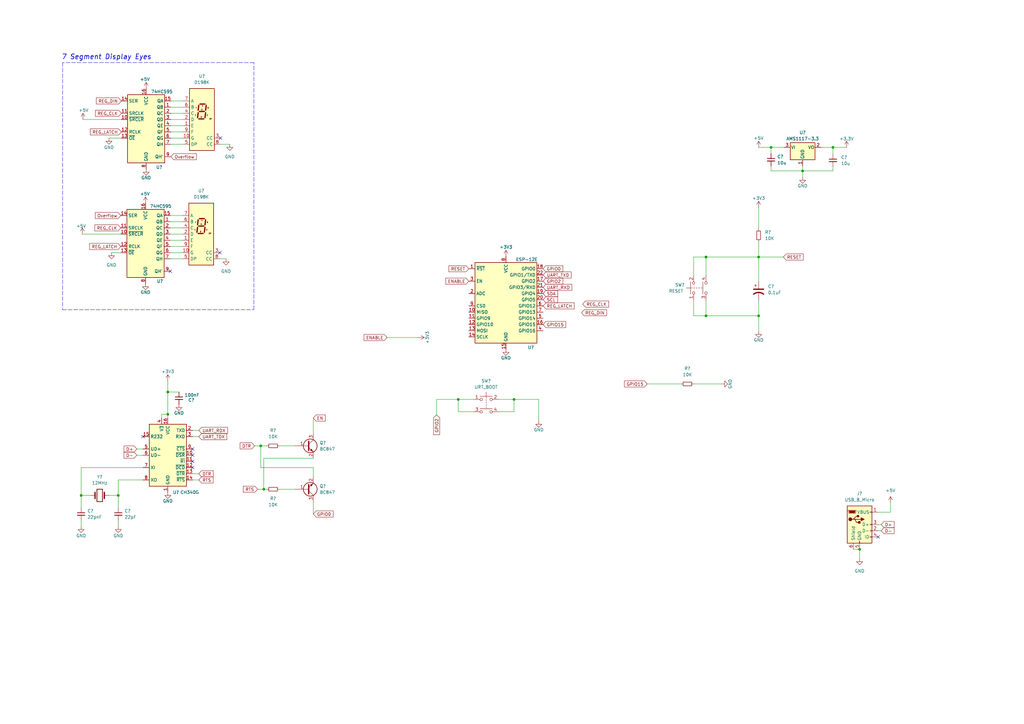
<source format=kicad_sch>
(kicad_sch (version 20211123) (generator eeschema)
  (paper "A3")
  (title_block (title "A.T.O.M PCB Badge") (date "9th December 2022 ") (company "A.T.O.M Robotics Lab"))
  (lib_symbols
    (symbol "+3.3V_1" (power) (pin_names (offset 0))
      (property "Value" "+3.3V_1" (at 0 3.556 0))
      (symbol "+3.3V_1_0_1"
        (polyline (pts (xy -0.762 1.27) (xy 0 2.54)))
        (polyline (pts (xy 0 0) (xy 0 2.54)))
        (polyline (pts (xy 0 2.54) (xy 0.762 1.27)))
      )
      (symbol "+3.3V_1_1_1"
        (pin power_in line (at 0 0 90) (length 0) hide (name "+3.3V") (number "1"))
      )
    )
    (symbol "74xx:74HC595"
      (property "Reference" "U" (at -7.62 13.97 0))
      (property "Value" "74HC595" (at -7.62 -16.51 0))
      (symbol "74HC595_1_0"
        (pin tri_state line (at 10.16 7.62 180) (length 2.54) (name "QB") (number "1"))
        (pin input line (at -10.16 2.54 0) (length 2.54) (name "~{SRCLR}") (number "10"))
        (pin input line (at -10.16 5.08 0) (length 2.54) (name "SRCLK") (number "11"))
        (pin input line (at -10.16 -2.54 0) (length 2.54) (name "RCLK") (number "12"))
        (pin input line (at -10.16 -5.08 0) (length 2.54) (name "~{OE}") (number "13"))
        (pin input line (at -10.16 10.16 0) (length 2.54) (name "SER") (number "14"))
        (pin tri_state line (at 10.16 10.16 180) (length 2.54) (name "QA") (number "15"))
        (pin power_in line (at 0 15.24 270) (length 2.54) (name "VCC") (number "16"))
        (pin tri_state line (at 10.16 5.08 180) (length 2.54) (name "QC") (number "2"))
        (pin tri_state line (at 10.16 2.54 180) (length 2.54) (name "QD") (number "3"))
        (pin tri_state line (at 10.16 0 180) (length 2.54) (name "QE") (number "4"))
        (pin tri_state line (at 10.16 -2.54 180) (length 2.54) (name "QF") (number "5"))
        (pin tri_state line (at 10.16 -5.08 180) (length 2.54) (name "QG") (number "6"))
        (pin tri_state line (at 10.16 -7.62 180) (length 2.54) (name "QH") (number "7"))
        (pin power_in line (at 0 -17.78 90) (length 2.54) (name "GND") (number "8"))
        (pin output line (at 10.16 -12.7 180) (length 2.54) (name "QH'") (number "9"))
      )
      (symbol "74HC595_1_1"
        (rectangle (start -7.62 12.7) (end 7.62 -15.24) (stroke (width 0.254)) (fill (type background)))
      )
    )
    (symbol "Connector:USB_B_Micro" (pin_names (offset 1.016))
      (property "Reference" "J" (at -5.08 11.43 0))
      (property "Value" "USB_B_Micro" (at -5.08 8.89 0))
      (symbol "USB_B_Micro_0_1"
        (rectangle (start -5.08 -7.62) (end 5.08 7.62) (stroke (width 0.254)) (fill (type background)))
        (circle (center -3.81 2.159) (radius 0.635) (stroke (width 0.254)) (fill (type outline)))
        (circle (center -0.635 3.429) (radius 0.381) (stroke (width 0.254)) (fill (type outline)))
        (rectangle (start -0.127 -7.62) (end 0.127 -6.858))
        (polyline (pts (xy -1.905 2.159) (xy 0.635 2.159)) (stroke (width 0.254)))
        (polyline (pts (xy -3.175 2.159) (xy -2.54 2.159) (xy -1.27 3.429) (xy -0.635 3.429)) (stroke (width 0.254)))
        (polyline (pts (xy -2.54 2.159) (xy -1.905 2.159) (xy -1.27 0.889) (xy 0 0.889)) (stroke (width 0.254)))
        (polyline (pts (xy 0.635 2.794) (xy 0.635 1.524) (xy 1.905 2.159) (xy 0.635 2.794)) (stroke (width 0.254)) (fill (type outline)))
        (polyline (pts (xy -4.318 5.588) (xy -1.778 5.588) (xy -2.032 4.826) (xy -4.064 4.826) (xy -4.318 5.588)) (fill (type outline)))
        (polyline (pts (xy -4.699 5.842) (xy -4.699 5.588) (xy -4.445 4.826) (xy -4.445 4.572) (xy -1.651 4.572) (xy -1.651 4.826) (xy -1.397 5.588) (xy -1.397 5.842) (xy -4.699 5.842)))
        (rectangle (start 0.254 1.27) (end -0.508 0.508) (stroke (width 0.254)) (fill (type outline)))
        (rectangle (start 5.08 -5.207) (end 4.318 -4.953))
        (rectangle (start 5.08 -2.667) (end 4.318 -2.413))
        (rectangle (start 5.08 -0.127) (end 4.318 0.127))
        (rectangle (start 5.08 4.953) (end 4.318 5.207))
      )
      (symbol "USB_B_Micro_1_1"
        (pin power_out line (at 7.62 5.08 180) (length 2.54) (name "VBUS") (number "1"))
        (pin bidirectional line (at 7.62 -2.54 180) (length 2.54) (name "D-") (number "2"))
        (pin bidirectional line (at 7.62 0 180) (length 2.54) (name "D+") (number "3"))
        (pin passive line (at 7.62 -5.08 180) (length 2.54) (name "ID") (number "4"))
        (pin power_out line (at 0 -10.16 90) (length 2.54) (name "GND") (number "5"))
        (pin passive line (at -2.54 -10.16 90) (length 2.54) (name "Shield") (number "6"))
      )
    )
    (symbol "Device:C_Polarized_US" (pin_numbers hide) (pin_names (offset 0.254) hide)
      (property "Reference" "C" (at 0.635 2.54 0))
      (property "Value" "C_Polarized_US" (at 0.635 -2.54 0))
      (symbol "C_Polarized_US_0_1"
        (polyline (pts (xy -2.032 0.762) (xy 2.032 0.762)) (stroke (width 0.508)))
        (polyline (pts (xy -1.778 2.286) (xy -0.762 2.286)))
        (polyline (pts (xy -1.27 1.778) (xy -1.27 2.794)))
        (arc (start 2.032 -1.27) (mid 0 -0.5572) (end -2.032 -1.27) (stroke (width 0.508)))
      )
      (symbol "C_Polarized_US_1_1"
        (pin passive line (at 0 3.81 270) (length 2.794) (name "~") (number "1"))
        (pin passive line (at 0 -3.81 90) (length 3.302) (name "~") (number "2"))
      )
    )
    (symbol "Device:C_Small" (pin_numbers hide) (pin_names (offset 0.254) hide)
      (property "Reference" "C" (at 0.254 1.778 0))
      (property "Value" "C_Small" (at 0.254 -2.032 0))
      (symbol "C_Small_0_1"
        (polyline (pts (xy -1.524 -0.508) (xy 1.524 -0.508)) (stroke (width 0.3302)))
        (polyline (pts (xy -1.524 0.508) (xy 1.524 0.508)) (stroke (width 0.3048)))
      )
      (symbol "C_Small_1_1"
        (pin passive line (at 0 2.54 270) (length 2.032) (name "~") (number "1"))
        (pin passive line (at 0 -2.54 90) (length 2.032) (name "~") (number "2"))
      )
    )
    (symbol "Device:Crystal" (pin_numbers hide) (pin_names (offset 1.016) hide)
      (property "Reference" "Y" (at 0 3.81 0))
      (property "Value" "Crystal" (at 0 -3.81 0))
      (symbol "Crystal_0_1"
        (rectangle (start -1.143 2.54) (end 1.143 -2.54) (stroke (width 0.3048)))
        (polyline (pts (xy -2.54 0) (xy -1.905 0)))
        (polyline (pts (xy -1.905 -1.27) (xy -1.905 1.27)) (stroke (width 0.508)))
        (polyline (pts (xy 1.905 -1.27) (xy 1.905 1.27)) (stroke (width 0.508)))
        (polyline (pts (xy 2.54 0) (xy 1.905 0)))
      )
      (symbol "Crystal_1_1"
        (pin passive line (at -3.81 0 0) (length 1.27) (name "1") (number "1"))
        (pin passive line (at 3.81 0 180) (length 1.27) (name "2") (number "2"))
      )
    )
    (symbol "Device:R_Small" (pin_numbers hide) (pin_names (offset 0.254) hide)
      (property "Reference" "R" (at 0.762 0.508 0))
      (property "Value" "R_Small" (at 0.762 -1.016 0))
      (symbol "R_Small_0_1"
        (rectangle (start -0.762 1.778) (end 0.762 -1.778) (stroke (width 0.2032)))
      )
      (symbol "R_Small_1_1"
        (pin passive line (at 0 2.54 270) (length 0.762) (name "~") (number "1"))
        (pin passive line (at 0 -2.54 90) (length 0.762) (name "~") (number "2"))
      )
    )
    (symbol "Display_Character:D198K"
      (property "Reference" "U" (at -2.54 13.97 0))
      (property "Value" "D198K" (at 1.27 13.97 0))
      (symbol "D198K_0_0"
        (text "A" (at 0.254 5.588 0) (effects (font (size 0.508 0.508))))
        (text "B" (at 2.54 4.826 0) (effects (font (size 0.508 0.508))))
        (text "C" (at 2.286 1.778 0) (effects (font (size 0.508 0.508))))
        (text "D" (at -0.254 1.016 0) (effects (font (size 0.508 0.508))))
        (text "DP" (at 3.556 0.254 0) (effects (font (size 0.508 0.508))))
        (text "E" (at -2.54 1.778 0) (effects (font (size 0.508 0.508))))
        (text "F" (at -2.286 4.826 0) (effects (font (size 0.508 0.508))))
        (text "G" (at 0 4.064 0) (effects (font (size 0.508 0.508))))
      )
      (symbol "D198K_0_1"
        (rectangle (start -5.08 12.7) (end 5.08 -12.7) (stroke (width 0.254)) (fill (type background)))
        (polyline (pts (xy -1.524 2.794) (xy -1.778 0.762)) (stroke (width 0.508)))
        (polyline (pts (xy -1.27 0.254) (xy 0.762 0.254)) (stroke (width 0.508)))
        (polyline (pts (xy -1.27 5.842) (xy -1.524 3.81)) (stroke (width 0.508)))
        (polyline (pts (xy -1.016 3.302) (xy 1.016 3.302)) (stroke (width 0.508)))
        (polyline (pts (xy -0.762 6.35) (xy 1.27 6.35)) (stroke (width 0.508)))
        (polyline (pts (xy 1.524 2.794) (xy 1.27 0.762)) (stroke (width 0.508)))
        (polyline (pts (xy 1.778 5.842) (xy 1.524 3.81)) (stroke (width 0.508)))
        (polyline (pts (xy 2.54 0.254) (xy 2.54 0.254)) (stroke (width 0.508)))
      )
      (symbol "D198K_1_1"
        (pin input line (at -7.62 -2.54 0) (length 2.54) (name "E") (number "1"))
        (pin input line (at -7.62 -7.62 0) (length 2.54) (name "G") (number "10"))
        (pin input line (at -7.62 0 0) (length 2.54) (name "D") (number "2"))
        (pin input line (at 7.62 -7.62 180) (length 2.54) (name "CC") (number "3"))
        (pin input line (at -7.62 2.54 0) (length 2.54) (name "C") (number "4"))
        (pin input line (at -7.62 -10.16 0) (length 2.54) (name "DP") (number "5"))
        (pin input line (at -7.62 5.08 0) (length 2.54) (name "B") (number "6"))
        (pin input line (at -7.62 7.62 0) (length 2.54) (name "A") (number "7"))
        (pin input line (at 7.62 -10.16 180) (length 2.54) (name "CC") (number "8"))
        (pin input line (at -7.62 -5.08 0) (length 2.54) (name "F") (number "9"))
      )
    )
    (symbol "Interface_USB:CH340G"
      (property "Reference" "U" (at -5.08 13.97 0))
      (property "Value" "CH340G" (at 1.27 13.97 0))
      (symbol "CH340G_0_1"
        (rectangle (start -7.62 12.7) (end 7.62 -12.7) (stroke (width 0.254)) (fill (type background)))
      )
      (symbol "CH340G_1_1"
        (pin power_in line (at 0 -15.24 90) (length 2.54) (name "GND") (number "1"))
        (pin input line (at 10.16 0 180) (length 2.54) (name "~{DSR}") (number "10"))
        (pin input line (at 10.16 -2.54 180) (length 2.54) (name "~{RI}") (number "11"))
        (pin input line (at 10.16 -5.08 180) (length 2.54) (name "~{DCD}") (number "12"))
        (pin output line (at 10.16 -7.62 180) (length 2.54) (name "~{DTR}") (number "13"))
        (pin output line (at 10.16 -10.16 180) (length 2.54) (name "~{RTS}") (number "14"))
        (pin input line (at -10.16 7.62 0) (length 2.54) (name "R232") (number "15"))
        (pin power_in line (at 0 15.24 270) (length 2.54) (name "VCC") (number "16"))
        (pin output line (at 10.16 10.16 180) (length 2.54) (name "TXD") (number "2"))
        (pin input line (at 10.16 7.62 180) (length 2.54) (name "RXD") (number "3"))
        (pin passive line (at -2.54 15.24 270) (length 2.54) (name "V3") (number "4"))
        (pin bidirectional line (at -10.16 2.54 0) (length 2.54) (name "UD+") (number "5"))
        (pin bidirectional line (at -10.16 0 0) (length 2.54) (name "UD-") (number "6"))
        (pin input line (at -10.16 -5.08 0) (length 2.54) (name "XI") (number "7"))
        (pin output line (at -10.16 -10.16 0) (length 2.54) (name "XO") (number "8"))
        (pin input line (at 10.16 2.54 180) (length 2.54) (name "~{CTS}") (number "9"))
      )
    )
    (symbol "RF_Module:ESP-12E"
      (property "Reference" "U" (at -12.7 19.05 0))
      (property "Value" "ESP-12E" (at 12.7 19.05 0))
      (symbol "ESP-12E_0_1"
        (rectangle (start -12.7 17.78) (end 12.7 -15.24) (stroke (width 0.254)) (fill (type background)))
      )
      (symbol "ESP-12E_1_1"
        (pin input line (at -15.24 15.24 0) (length 2.54) (name "~{RST}") (number "1"))
        (pin bidirectional line (at -15.24 -2.54 0) (length 2.54) (name "MISO") (number "10"))
        (pin bidirectional line (at -15.24 -5.08 0) (length 2.54) (name "GPIO9") (number "11"))
        (pin bidirectional line (at -15.24 -7.62 0) (length 2.54) (name "GPIO10") (number "12"))
        (pin bidirectional line (at -15.24 -10.16 0) (length 2.54) (name "MOSI") (number "13"))
        (pin bidirectional line (at -15.24 -12.7 0) (length 2.54) (name "SCLK") (number "14"))
        (pin power_in line (at 0 -17.78 90) (length 2.54) (name "GND") (number "15"))
        (pin bidirectional line (at 15.24 -7.62 180) (length 2.54) (name "GPIO15") (number "16"))
        (pin bidirectional line (at 15.24 10.16 180) (length 2.54) (name "GPIO2") (number "17"))
        (pin bidirectional line (at 15.24 15.24 180) (length 2.54) (name "GPIO0") (number "18"))
        (pin bidirectional line (at 15.24 5.08 180) (length 2.54) (name "GPIO4") (number "19"))
        (pin input line (at -15.24 5.08 0) (length 2.54) (name "ADC") (number "2"))
        (pin bidirectional line (at 15.24 2.54 180) (length 2.54) (name "GPIO5") (number "20"))
        (pin bidirectional line (at 15.24 7.62 180) (length 2.54) (name "GPIO3/RXD") (number "21"))
        (pin bidirectional line (at 15.24 12.7 180) (length 2.54) (name "GPIO1/TXD") (number "22"))
        (pin input line (at -15.24 10.16 0) (length 2.54) (name "EN") (number "3"))
        (pin bidirectional line (at 15.24 -10.16 180) (length 2.54) (name "GPIO16") (number "4"))
        (pin bidirectional line (at 15.24 -5.08 180) (length 2.54) (name "GPIO14") (number "5"))
        (pin bidirectional line (at 15.24 0 180) (length 2.54) (name "GPIO12") (number "6"))
        (pin bidirectional line (at 15.24 -2.54 180) (length 2.54) (name "GPIO13") (number "7"))
        (pin power_in line (at 0 20.32 270) (length 2.54) (name "VCC") (number "8"))
        (pin input line (at -15.24 0 0) (length 2.54) (name "CS0") (number "9"))
      )
    )
    (symbol "Regulator_Linear:AMS1117-3.3" (pin_names (offset 0.254))
      (property "Reference" "U" (at -3.81 3.175 0))
      (property "Value" "AMS1117-3.3" (at 0 3.175 0))
      (symbol "AMS1117-3.3_0_1"
        (rectangle (start -5.08 -5.08) (end 5.08 1.905) (stroke (width 0.254)) (fill (type background)))
      )
      (symbol "AMS1117-3.3_1_1"
        (pin power_in line (at 0 -7.62 90) (length 2.54) (name "GND") (number "1"))
        (pin power_out line (at 7.62 0 180) (length 2.54) (name "VO") (number "2"))
        (pin power_in line (at -7.62 0 0) (length 2.54) (name "VI") (number "3"))
      )
    )
    (symbol "Switch:SW_Push_Dual" (pin_names (offset 1.016) hide)
      (property "Reference" "SW" (at 1.27 2.54 0))
      (property "Value" "SW_Push_Dual" (at 0 -6.858 0))
      (symbol "SW_Push_Dual_0_1"
        (circle (center -2.032 -5.08) (radius 0.508))
        (circle (center -2.032 0) (radius 0.508))
        (polyline (pts (xy 0 -3.048) (xy 0 -3.556)))
        (polyline (pts (xy 0 -2.032) (xy 0 -2.54)))
        (polyline (pts (xy 0 -1.524) (xy 0 -1.016)))
        (polyline (pts (xy 0 -0.508) (xy 0 0)))
        (polyline (pts (xy 0 0.508) (xy 0 1.016)))
        (polyline (pts (xy 0 1.27) (xy 0 3.048)))
        (polyline (pts (xy 2.54 -3.81) (xy -2.54 -3.81)))
        (polyline (pts (xy 2.54 1.27) (xy -2.54 1.27)))
        (circle (center 2.032 -5.08) (radius 0.508))
        (circle (center 2.032 0) (radius 0.508))
        (pin passive line (at -5.08 0 0) (length 2.54) (name "1") (number "1"))
        (pin passive line (at 5.08 0 180) (length 2.54) (name "2") (number "2"))
        (pin passive line (at -5.08 -5.08 0) (length 2.54) (name "3") (number "3"))
        (pin passive line (at 5.08 -5.08 180) (length 2.54) (name "4") (number "4"))
      )
    )
    (symbol "Transistor_BJT:BC847" (pin_names (offset 0) hide)
      (property "Reference" "Q" (at 5.08 1.905 0))
      (property "Value" "BC847" (at 5.08 0 0))
      (symbol "BC847_0_1"
        (polyline (pts (xy 0.635 0.635) (xy 2.54 2.54)))
        (polyline (pts (xy 0.635 -0.635) (xy 2.54 -2.54) (xy 2.54 -2.54)))
        (polyline (pts (xy 0.635 1.905) (xy 0.635 -1.905) (xy 0.635 -1.905)) (stroke (width 0.508)))
        (polyline (pts (xy 1.27 -1.778) (xy 1.778 -1.27) (xy 2.286 -2.286) (xy 1.27 -1.778) (xy 1.27 -1.778)) (fill (type outline)))
        (circle (center 1.27 0) (radius 2.8194) (stroke (width 0.254)))
      )
      (symbol "BC847_1_1"
        (pin input line (at -5.08 0 0) (length 5.715) (name "B") (number "1"))
        (pin passive line (at 2.54 -5.08 90) (length 2.54) (name "E") (number "2"))
        (pin passive line (at 2.54 5.08 270) (length 2.54) (name "C") (number "3"))
      )
    )
    (symbol "power:+3.3V" (power) (pin_names (offset 0))
      (property "Value" "+3.3V" (at 0 3.556 0))
      (symbol "+3.3V_0_1"
        (polyline (pts (xy -0.762 1.27) (xy 0 2.54)))
        (polyline (pts (xy 0 0) (xy 0 2.54)))
        (polyline (pts (xy 0 2.54) (xy 0.762 1.27)))
      )
      (symbol "+3.3V_1_1"
        (pin power_in line (at 0 0 90) (length 0) hide (name "+3V3") (number "1"))
      )
    )
    (symbol "power:+5V" (power) (pin_names (offset 0))
      (property "Value" "+5V" (at 0 3.556 0))
      (symbol "+5V_0_1"
        (polyline (pts (xy -0.762 1.27) (xy 0 2.54)))
        (polyline (pts (xy 0 0) (xy 0 2.54)))
        (polyline (pts (xy 0 2.54) (xy 0.762 1.27)))
      )
      (symbol "+5V_1_1"
        (pin power_in line (at 0 0 90) (length 0) hide (name "+5V") (number "1"))
      )
    )
    (symbol "power:GND" (power) (pin_names (offset 0))
      (property "Value" "GND" (at 0 -3.81 0))
      (symbol "GND_0_1"
        (polyline (pts (xy 0 0) (xy 0 -1.27) (xy 1.27 -1.27) (xy 0 -2.54) (xy -1.27 -1.27) (xy 0 -1.27)))
      )
      (symbol "GND_1_1"
        (pin power_in line (at 0 0 270) (length 0) hide (name "GND") (number "1"))
      )
    )
  )
  (junction (at 289.56 105.41))
  (junction (at 311.15 105.41))
  (junction (at 311.15 129.54))
  (junction (at 210.82 163.83))
  (junction (at 341.63 60.452))
  (junction (at 316.23 60.452))
  (junction (at 187.96 163.83))
  (junction (at 33.274 203.2))
  (junction (at 68.834 160.782))
  (junction (at 108.204 200.66))
  (junction (at 352.552 225.298))
  (junction (at 48.514 203.2))
  (junction (at 68.834 169.926))
  (junction (at 106.934 182.88))
  (junction (at 329.184 70.104))
  (junction (at 289.56 129.54))
  (no_connect (at 58.674 179.07))
  (no_connect (at 69.85 111.252))
  (no_connect (at 360.172 220.218))
  (no_connect (at 78.994 191.77))
  (no_connect (at 90.17 103.632))
  (no_connect (at 90.424 56.642))
  (no_connect (at 78.994 184.15))
  (no_connect (at 78.994 186.69))
  (no_connect (at 78.994 189.23))
  (wire (pts (xy 106.934 191.77) (xy 128.524 191.77)))
  (wire (pts (xy 194.31 168.91) (xy 187.96 168.91)))
  (wire (pts (xy 81.534 196.85) (xy 78.994 196.85)))
  (wire (pts (xy 66.294 169.926) (xy 68.834 169.926)))
  (wire (pts (xy 361.442 217.678) (xy 360.172 217.678)))
  (wire (pts (xy 114.554 182.88) (xy 120.904 182.88)))
  (wire (pts (xy 104.394 182.88) (xy 106.934 182.88)))
  (wire (pts (xy 48.514 203.2) (xy 48.514 208.28)))
  (wire (pts (xy 44.704 56.642) (xy 49.784 56.642)))
  (wire (pts (xy 187.96 168.91) (xy 187.96 163.83)))
  (wire (pts (xy 284.48 129.54) (xy 289.56 129.54)))
  (wire (pts (xy 284.48 157.48) (xy 295.91 157.48)))
  (wire (pts (xy 74.93 106.172) (xy 69.85 106.172)))
  (wire (pts (xy 74.93 103.632) (xy 69.85 103.632)))
  (wire (pts (xy 210.82 163.83) (xy 220.98 163.83)))
  (wire (pts (xy 158.75 138.43) (xy 171.45 138.43)))
  (wire (pts (xy 33.274 203.2) (xy 37.084 203.2)))
  (wire (pts (xy 311.15 129.54) (xy 311.15 135.89)))
  (wire (pts (xy 204.47 168.91) (xy 210.82 168.91)))
  (wire (pts (xy 316.23 62.992) (xy 316.23 60.452)))
  (wire (pts (xy 347.218 60.452) (xy 341.63 60.452)))
  (wire (pts (xy 311.15 123.19) (xy 311.15 129.54)))
  (wire (pts (xy 66.294 171.45) (xy 66.294 169.926)))
  (wire (pts (xy 311.15 99.06) (xy 311.15 105.41)))
  (wire (pts (xy 92.71 106.172) (xy 90.17 106.172)))
  (wire (pts (xy 74.93 93.472) (xy 69.85 93.472)))
  (wire (pts (xy 106.934 182.88) (xy 106.934 191.77)))
  (wire (pts (xy 341.63 60.452) (xy 336.804 60.452)))
  (polyline (pts (xy 104.14 25.654) (xy 25.654 25.654)))
  (wire (pts (xy 75.184 41.402) (xy 70.104 41.402)))
  (wire (pts (xy 48.514 196.85) (xy 48.514 203.2)))
  (wire (pts (xy 311.15 60.452) (xy 316.23 60.452)))
  (wire (pts (xy 204.47 163.83) (xy 210.82 163.83)))
  (wire (pts (xy 33.274 191.77) (xy 33.274 203.2)))
  (wire (pts (xy 284.48 123.19) (xy 284.48 129.54)))
  (wire (pts (xy 34.036 49.022) (xy 49.784 49.022)))
  (wire (pts (xy 289.56 123.19) (xy 289.56 129.54)))
  (wire (pts (xy 75.184 43.942) (xy 70.104 43.942)))
  (wire (pts (xy 108.204 200.66) (xy 109.474 200.66)))
  (wire (pts (xy 68.834 160.782) (xy 68.834 169.926)))
  (wire (pts (xy 329.184 72.644) (xy 329.184 70.104)))
  (wire (pts (xy 265.43 157.48) (xy 279.4 157.48)))
  (wire (pts (xy 75.184 56.642) (xy 70.104 56.642)))
  (wire (pts (xy 75.184 59.182) (xy 70.104 59.182)))
  (wire (pts (xy 284.48 105.41) (xy 289.56 105.41)))
  (wire (pts (xy 311.15 105.41) (xy 311.15 115.57)))
  (wire (pts (xy 56.134 184.15) (xy 58.674 184.15)))
  (wire (pts (xy 75.184 54.102) (xy 70.104 54.102)))
  (wire (pts (xy 220.98 163.83) (xy 220.98 172.72)))
  (wire (pts (xy 210.82 163.83) (xy 210.82 168.91)))
  (wire (pts (xy 128.524 171.45) (xy 128.524 177.8)))
  (wire (pts (xy 316.23 70.104) (xy 329.184 70.104)))
  (wire (pts (xy 350.012 225.298) (xy 352.552 225.298)))
  (wire (pts (xy 74.93 88.392) (xy 69.85 88.392)))
  (wire (pts (xy 44.704 203.2) (xy 48.514 203.2)))
  (wire (pts (xy 48.514 215.9) (xy 48.514 213.36)))
  (wire (pts (xy 81.534 176.53) (xy 78.994 176.53)))
  (wire (pts (xy 33.274 215.9) (xy 33.274 213.36)))
  (wire (pts (xy 33.782 96.012) (xy 49.53 96.012)))
  (wire (pts (xy 106.934 182.88) (xy 109.474 182.88)))
  (wire (pts (xy 94.234 59.182) (xy 90.424 59.182)))
  (wire (pts (xy 58.674 196.85) (xy 48.514 196.85)))
  (wire (pts (xy 179.07 163.83) (xy 187.96 163.83)))
  (wire (pts (xy 341.63 63.246) (xy 341.63 60.452)))
  (wire (pts (xy 56.134 186.69) (xy 58.674 186.69)))
  (wire (pts (xy 341.63 68.326) (xy 341.63 70.104)))
  (wire (pts (xy 352.552 229.108) (xy 352.552 225.298)))
  (wire (pts (xy 311.15 105.41) (xy 321.31 105.41)))
  (wire (pts (xy 341.63 70.104) (xy 329.184 70.104)))
  (wire (pts (xy 75.184 49.022) (xy 70.104 49.022)))
  (wire (pts (xy 73.406 160.782) (xy 68.834 160.782)))
  (wire (pts (xy 316.23 68.072) (xy 316.23 70.104)))
  (wire (pts (xy 68.834 156.21) (xy 68.834 160.782)))
  (wire (pts (xy 329.184 70.104) (xy 329.184 68.072)))
  (wire (pts (xy 360.172 210.058) (xy 365.252 210.058)))
  (polyline (pts (xy 25.654 127) (xy 104.14 127)))
  (wire (pts (xy 74.93 96.012) (xy 69.85 96.012)))
  (wire (pts (xy 74.93 98.552) (xy 69.85 98.552)))
  (wire (pts (xy 316.23 60.452) (xy 321.564 60.452)))
  (wire (pts (xy 105.664 200.66) (xy 108.204 200.66)))
  (wire (pts (xy 81.534 179.07) (xy 78.994 179.07)))
  (wire (pts (xy 68.834 169.926) (xy 68.834 171.45)))
  (wire (pts (xy 284.48 113.03) (xy 284.48 105.41)))
  (wire (pts (xy 179.07 163.83) (xy 179.07 170.18)))
  (wire (pts (xy 75.184 46.482) (xy 70.104 46.482)))
  (wire (pts (xy 58.674 191.77) (xy 33.274 191.77)))
  (wire (pts (xy 75.184 51.562) (xy 70.104 51.562)))
  (wire (pts (xy 128.524 191.77) (xy 128.524 195.58)))
  (wire (pts (xy 289.56 129.54) (xy 311.15 129.54)))
  (wire (pts (xy 289.56 105.41) (xy 311.15 105.41)))
  (wire (pts (xy 361.442 215.138) (xy 360.172 215.138)))
  (wire (pts (xy 311.15 85.09) (xy 311.15 93.98)))
  (wire (pts (xy 74.93 90.932) (xy 69.85 90.932)))
  (wire (pts (xy 114.554 200.66) (xy 120.904 200.66)))
  (wire (pts (xy 365.252 206.248) (xy 365.252 210.058)))
  (wire (pts (xy 108.204 187.96) (xy 108.204 200.66)))
  (wire (pts (xy 74.93 101.092) (xy 69.85 101.092)))
  (wire (pts (xy 289.56 105.41) (xy 289.56 113.03)))
  (wire (pts (xy 45.72 103.632) (xy 49.53 103.632)))
  (wire (pts (xy 187.96 163.83) (xy 194.31 163.83)))
  (wire (pts (xy 128.524 187.96) (xy 108.204 187.96)))
  (wire (pts (xy 33.274 203.2) (xy 33.274 208.28)))
  (wire (pts (xy 81.534 194.31) (xy 78.994 194.31)))
  (polyline (pts (xy 25.654 25.654) (xy 25.654 127)))
  (polyline (pts (xy 104.14 127) (xy 104.14 25.654)))
  (wire (pts (xy 128.524 210.82) (xy 128.524 205.74)))
  (text "7 Segment Display Eyes\n" (at 25.146 24.638 0) (effects (font (size 2 2) (thickness 0.254) bold italic) (justify left bottom)))
  (global_label "SDA" (shape input) (at 222.758 120.396 0) (property "Intersheet References" "${INTERSHEET_REFS}" (effects hide)))
  (global_label "GPIO2" (shape input) (at 179.07 170.18 270) (property "Intersheet References" "${INTERSHEET_REFS}" (effects hide)))
  (global_label "REG_CLK" (shape input) (at 239.014 124.714 0) (property "Intersheet References" "${INTERSHEET_REFS}" (effects hide)))
  (global_label "D+" (shape input) (at 361.442 215.138 0) (property "Intersheet References" "${INTERSHEET_REFS}" (effects hide)))
  (global_label "UART_TXD" (shape input) (at 222.758 112.776 0) (property "Intersheet References" "${INTERSHEET_REFS}" (effects hide)))
  (global_label "UART_RXD" (shape input) (at 222.758 117.856 0) (property "Intersheet References" "${INTERSHEET_REFS}" (effects hide)))
  (global_label "ENABLE" (shape input) (at 158.75 138.43 180) (property "Intersheet References" "${INTERSHEET_REFS}" (effects hide)))
  (global_label "ENABLE" (shape input) (at 192.278 115.316 180) (property "Intersheet References" "${INTERSHEET_REFS}" (effects hide)))
  (global_label "REG_DIN" (shape input) (at 238.506 128.27 0) (property "Intersheet References" "${INTERSHEET_REFS}" (effects hide)))
  (global_label "GPIO2" (shape input) (at 222.758 115.316 0) (property "Intersheet References" "${INTERSHEET_REFS}" (effects hide)))
  (global_label "DTR" (shape input) (at 81.534 194.31 0) (property "Intersheet References" "${INTERSHEET_REFS}" (effects hide)))
  (global_label "RESET" (shape input) (at 321.31 105.41 0) (property "Intersheet References" "${INTERSHEET_REFS}" (effects hide)))
  (global_label "RESET" (shape input) (at 192.278 110.236 180) (property "Intersheet References" "${INTERSHEET_REFS}" (effects hide)))
  (global_label "UART_RDX" (shape input) (at 81.534 176.53 0) (property "Intersheet References" "${INTERSHEET_REFS}" (effects hide)))
  (global_label "REG_CLK" (shape input) (at 49.53 93.472 180) (property "Intersheet References" "${INTERSHEET_REFS}" (effects hide)))
  (global_label "GPIO0" (shape input) (at 128.524 210.82 0) (property "Intersheet References" "${INTERSHEET_REFS}" (effects hide)))
  (global_label "SCL" (shape input) (at 222.758 122.936 0) (property "Intersheet References" "${INTERSHEET_REFS}" (effects hide)))
  (global_label "REG_LATCH" (shape input) (at 49.784 54.102 180) (property "Intersheet References" "${INTERSHEET_REFS}" (effects hide)))
  (global_label "EN" (shape input) (at 128.524 171.45 0) (property "Intersheet References" "${INTERSHEET_REFS}" (effects hide)))
  (global_label "Overflow" (shape input) (at 70.104 64.262 0) (property "Intersheet References" "${INTERSHEET_REFS}" (effects hide)))
  (global_label "REG_LATCH" (shape input) (at 49.53 101.092 180) (property "Intersheet References" "${INTERSHEET_REFS}" (effects hide)))
  (global_label "GPIO0" (shape input) (at 222.758 110.236 0) (property "Intersheet References" "${INTERSHEET_REFS}" (effects hide)))
  (global_label "UART_TDX" (shape input) (at 81.534 179.07 0) (property "Intersheet References" "${INTERSHEET_REFS}" (effects hide)))
  (global_label "GPIO15" (shape input) (at 222.758 133.096 0) (property "Intersheet References" "${INTERSHEET_REFS}" (effects hide)))
  (global_label "D-" (shape input) (at 361.442 217.678 0) (property "Intersheet References" "${INTERSHEET_REFS}" (effects hide)))
  (global_label "D+" (shape input) (at 56.134 184.15 180) (property "Intersheet References" "${INTERSHEET_REFS}" (effects hide)))
  (global_label "RTS" (shape input) (at 105.664 200.66 180) (property "Intersheet References" "${INTERSHEET_REFS}" (effects hide)))
  (global_label "GPIO15" (shape input) (at 265.43 157.48 180) (property "Intersheet References" "${INTERSHEET_REFS}" (effects hide)))
  (global_label "REG_LATCH" (shape input) (at 222.758 125.476 0) (property "Intersheet References" "${INTERSHEET_REFS}" (effects hide)))
  (global_label "D-" (shape input) (at 56.134 186.69 180) (property "Intersheet References" "${INTERSHEET_REFS}" (effects hide)))
  (global_label "Overflow" (shape input) (at 49.53 88.392 180) (property "Intersheet References" "${INTERSHEET_REFS}" (effects hide)))
  (global_label "REG_DIN" (shape input) (at 49.784 41.402 180) (property "Intersheet References" "${INTERSHEET_REFS}" (effects hide)))
  (global_label "RTS" (shape input) (at 81.534 196.85 0) (property "Intersheet References" "${INTERSHEET_REFS}" (effects hide)))
  (global_label "REG_CLK" (shape input) (at 49.784 46.482 180) (property "Intersheet References" "${INTERSHEET_REFS}" (effects hide)))
  (global_label "DTR" (shape input) (at 104.394 182.88 180) (property "Intersheet References" "${INTERSHEET_REFS}" (effects hide)))
  (symbol (lib_id "Device:R_Small") (at 112.014 182.88 270) (unit 1)
    (property "Reference" "R?" (at 112.014 176.53 90))
    (property "Value" "10K" (at 112.014 179.07 90))
  )
  (symbol (lib_id "Regulator_Linear:AMS1117-3.3") (at 329.184 60.452 0) (unit 1)
    (property "Reference" "U?" (at 329.184 54.356 0))
    (property "Value" "AMS1117-3.3" (at 329.184 56.896 0))
    (property "Footprint" "Package_TO_SOT_SMD:SOT-223-3_TabPin2" (effects hide))
    (property "Datasheet" "http://www.advanced-monolithic.com/pdf/ds1117.pdf" (effects hide))
  )
  (symbol (lib_id "Device:C_Polarized_US") (at 311.15 119.38 0) (unit 1)
    (property "Reference" "C?" (at 314.96 117.4749 0) (effects (justify left)))
    (property "Value" "0.1uF" (at 314.96 120.0149 0) (effects (justify left)))
  )
  (symbol (lib_id "power:GND") (at 92.71 106.172 0) (unit 1)
    (property "Reference" "#PWR?" (effects hide))
    (property "Value" "GND" (at 92.71 111.252 0))
  )
  (symbol (lib_id "74xx:74HC595") (at 59.69 98.552 0) (unit 1)
    (property "Reference" "U?" (at 64.262 115.316 0) (effects (justify left)))
    (property "Value" "74HC595" (at 61.468 84.582 0) (effects (justify left)))
    (property "Datasheet" "http://www.ti.com/lit/ds/symlink/sn74hc595.pdf" (effects hide))
  )
  (symbol (lib_id "power:+3.3V") (at 311.15 85.09 0) (unit 1)
    (property "Reference" "#PWR?" (effects hide))
    (property "Value" "+3.3V" (at 311.15 81.28 0))
  )
  (symbol (lib_id "power:GND") (at 295.91 157.48 90) (unit 1)
    (property "Reference" "#PWR?" (effects hide))
    (property "Value" "GND" (at 299.466 157.48 0))
  )
  (symbol (lib_id "Transistor_BJT:BC847") (at 125.984 182.88 0) (unit 1)
    (property "Reference" "Q?" (at 131.064 181.6099 0) (effects (justify left)))
    (property "Value" "BC847" (at 131.064 184.1499 0) (effects (justify left)))
    (property "Footprint" "Package_TO_SOT_SMD:SOT-23" (effects hide))
    (property "Datasheet" "http://www.infineon.com/dgdl/Infineon-BC847SERIES_BC848SERIES_BC849SERIES_BC850SERIES-DS-v01_01-en.pdf?fileId=db3a304314dca389011541d4630a1657" (effects hide))
  )
  (symbol (lib_id "power:GND") (at 220.98 172.72 0) (unit 1)
    (property "Reference" "#PWR?" (effects hide))
    (property "Value" "GND" (at 220.98 176.276 0))
  )
  (symbol (lib_id "power:GND") (at 73.406 165.862 0) (unit 1)
    (property "Reference" "#PWR?" (effects hide))
    (property "Value" "GND" (at 73.406 169.418 0))
  )
  (symbol (lib_id "Device:R_Small") (at 281.94 157.48 270) (unit 1)
    (property "Reference" "R?" (at 281.94 151.13 90))
    (property "Value" "10K" (at 281.94 153.67 90))
  )
  (symbol (lib_id "Device:C_Small") (at 341.63 65.786 0) (unit 1)
    (property "Reference" "C?" (at 344.932 64.5222 0) (effects (justify left)))
    (property "Value" "10u" (at 344.932 67.0622 0) (effects (justify left)))
  )
  (symbol (lib_id "power:GND") (at 33.274 215.9 0) (unit 1)
    (property "Reference" "#PWR?" (effects hide))
    (property "Value" "GND" (at 33.274 219.71 0))
  )
  (symbol (lib_id "power:+3.3V") (at 171.45 138.43 270) (unit 1)
    (property "Reference" "#PWR?" (effects hide))
    (property "Value" "+3.3V" (at 175.26 138.43 0))
  )
  (symbol (lib_id "power:GND") (at 311.15 135.89 0) (unit 1)
    (property "Reference" "#PWR?" (effects hide))
    (property "Value" "GND" (at 311.15 139.446 0))
  )
  (symbol (lib_id "power:GND") (at 207.518 143.256 0) (unit 1)
    (property "Reference" "#PWR?" (effects hide))
    (property "Value" "GND" (at 207.518 146.812 0))
  )
  (symbol (lib_id "power:+5V") (at 311.15 60.452 0) (unit 1)
    (property "Reference" "#PWR?" (effects hide))
    (property "Value" "+5V" (at 311.15 56.642 0))
  )
  (symbol (lib_id "power:GND") (at 352.552 229.108 0) (unit 1)
    (property "Reference" "#PWR?" (effects hide))
    (property "Value" "GND" (at 352.552 234.188 0))
  )
  (symbol (lib_id "power:+5V") (at 33.782 96.012 0) (unit 1)
    (property "Reference" "#PWR?" (effects hide))
    (property "Value" "+5V" (at 33.274 92.71 0))
  )
  (symbol (lib_id "Switch:SW_Push_Dual") (at 199.39 163.83 0) (unit 1)
    (property "Reference" "SW?" (at 199.39 156.21 0))
    (property "Value" "URT_BOOT" (at 199.39 158.75 0))
  )
  (symbol (lib_id "Connector:USB_B_Micro") (at 352.552 215.138 0) (unit 1)
    (property "Reference" "J?" (at 352.552 202.438 0))
    (property "Value" "USB_B_Micro" (at 352.552 204.978 0))
  )
  (symbol (lib_id "power:+5V") (at 34.036 49.022 0) (unit 1)
    (property "Reference" "#PWR?" (effects hide))
    (property "Value" "+5V" (at 34.29 45.212 0))
  )
  (symbol (lib_id "power:GND") (at 59.69 116.332 0) (unit 1)
    (property "Reference" "#PWR?" (effects hide))
    (property "Value" "GND" (at 59.69 119.888 0))
  )
  (symbol (lib_id "power:+3.3V") (at 68.834 156.21 0) (unit 1)
    (property "Reference" "#PWR?" (effects hide))
    (property "Value" "+3.3V" (at 68.834 152.4 0))
  )
  (symbol (lib_id "power:GND") (at 48.514 215.9 0) (unit 1)
    (property "Reference" "#PWR?" (effects hide))
    (property "Value" "GND" (at 48.514 219.71 0))
  )
  (symbol (lib_id "Device:R_Small") (at 112.014 200.66 270) (unit 1)
    (property "Reference" "R?" (at 112.014 204.47 90))
    (property "Value" "10K" (at 112.014 207.01 90))
  )
  (symbol (lib_id "power:GND") (at 94.234 59.182 0) (unit 1)
    (property "Reference" "#PWR?" (effects hide))
    (property "Value" "GND" (at 94.234 64.262 0))
  )
  (symbol (lib_id "Switch:SW_Push_Dual") (at 284.48 118.11 90) (unit 1)
    (property "Reference" "SW?" (at 276.86 116.84 90) (effects (justify right)))
    (property "Value" "RESET" (at 274.32 119.38 90) (effects (justify right)))
  )
  (symbol (lib_id "74xx:74HC595") (at 59.944 51.562 0) (unit 1)
    (property "Reference" "U?" (at 64.008 68.58 0) (effects (justify left)))
    (property "Value" "74HC595" (at 61.976 37.592 0) (effects (justify left)))
    (property "Datasheet" "http://www.ti.com/lit/ds/symlink/sn74hc595.pdf" (effects hide))
  )
  (symbol (lib_id "power:GND") (at 45.72 103.632 0) (unit 1)
    (property "Reference" "#PWR?" (effects hide))
    (property "Value" "GND" (at 45.72 108.712 0))
  )
  (symbol (lib_name "+3.3V_1") (lib_id "power:+3.3V") (at 347.218 60.452 0) (unit 1)
    (property "Reference" "#PWR?" (effects hide))
    (property "Value" "+3.3V" (at 347.218 56.896 0))
  )
  (symbol (lib_id "Device:C_Small") (at 316.23 65.532 0) (unit 1)
    (property "Reference" "C?" (at 318.77 64.2682 0) (effects (justify left)))
    (property "Value" "10u" (at 318.77 66.8082 0) (effects (justify left)))
  )
  (symbol (lib_id "power:GND") (at 44.704 56.642 0) (unit 1)
    (property "Reference" "#PWR?" (effects hide))
    (property "Value" "GND" (at 44.704 60.452 0))
  )
  (symbol (lib_id "power:+3.3V") (at 207.518 105.156 0) (unit 1)
    (property "Reference" "#PWR?" (effects hide))
    (property "Value" "+3.3V" (at 207.518 101.346 0))
  )
  (symbol (lib_id "power:+5V") (at 365.252 206.248 0) (unit 1)
    (property "Reference" "#PWR?" (effects hide))
    (property "Value" "+5V" (at 365.252 201.168 0))
  )
  (symbol (lib_id "Device:C_Small") (at 48.514 210.82 0) (unit 1)
    (property "Reference" "C?" (at 51.054 209.5562 0) (effects (justify left)))
    (property "Value" "22pF" (at 51.054 212.0962 0) (effects (justify left)))
  )
  (symbol (lib_id "Transistor_BJT:BC847") (at 125.984 200.66 0) (mirror x) (unit 1)
    (property "Reference" "Q?" (at 131.064 199.3899 0) (effects (justify left)))
    (property "Value" "BC847" (at 131.064 201.9299 0) (effects (justify left)))
    (property "Footprint" "Package_TO_SOT_SMD:SOT-23" (effects hide))
    (property "Datasheet" "http://www.infineon.com/dgdl/Infineon-BC847SERIES_BC848SERIES_BC849SERIES_BC850SERIES-DS-v01_01-en.pdf?fileId=db3a304314dca389011541d4630a1657" (effects hide))
  )
  (symbol (lib_id "power:+5V") (at 59.69 83.312 0) (unit 1)
    (property "Reference" "#PWR?" (effects hide))
    (property "Value" "+5V" (at 59.436 79.502 0))
  )
  (symbol (lib_id "power:GND") (at 329.184 72.644 0) (unit 1)
    (property "Reference" "#PWR?" (effects hide))
    (property "Value" "GND" (at 329.184 76.2 0))
  )
  (symbol (lib_id "Device:Crystal") (at 40.894 203.2 0) (unit 1)
    (property "Reference" "Y?" (at 40.894 195.58 0))
    (property "Value" "12MHz" (at 40.894 198.12 0))
  )
  (symbol (lib_id "Display_Character:D198K") (at 82.804 49.022 0) (unit 1)
    (property "Reference" "U?" (at 82.804 31.242 0))
    (property "Value" "D198K" (at 82.804 33.782 0))
    (property "Footprint" "Display_7Segment:D1X8K" (effects hide))
    (property "Datasheet" "https://ia800903.us.archive.org/24/items/CTKD1x8K/Cromatek%20D168K.pdf" (effects hide))
  )
  (symbol (lib_id "power:+5V") (at 59.944 36.322 0) (unit 1)
    (property "Reference" "#PWR?" (effects hide))
    (property "Value" "+5V" (at 59.436 32.512 0))
  )
  (symbol (lib_id "power:GND") (at 68.834 201.93 0) (unit 1)
    (property "Reference" "#PWR?" (effects hide))
    (property "Value" "GND" (at 68.834 205.486 0))
  )
  (symbol (lib_id "Device:R_Small") (at 311.15 96.52 0) (unit 1)
    (property "Reference" "R?" (at 313.69 95.2499 0) (effects (justify left)))
    (property "Value" "10K" (at 313.69 97.7899 0) (effects (justify left)))
  )
  (symbol (lib_id "power:GND") (at 59.944 69.342 0) (unit 1)
    (property "Reference" "#PWR?" (effects hide))
    (property "Value" "GND" (at 59.944 72.898 0))
  )
  (symbol (lib_id "Device:C_Small") (at 73.406 163.322 0) (unit 1)
    (property "Reference" "C?" (at 78.486 164.084 0))
    (property "Value" "100nF" (at 78.74 162.052 0))
  )
  (symbol (lib_id "Display_Character:D198K") (at 82.55 96.012 0) (unit 1)
    (property "Reference" "U?" (at 82.55 78.232 0))
    (property "Value" "D198K" (at 82.55 80.772 0))
    (property "Footprint" "Display_7Segment:D1X8K" (effects hide))
    (property "Datasheet" "https://ia800903.us.archive.org/24/items/CTKD1x8K/Cromatek%20D168K.pdf" (effects hide))
  )
  (symbol (lib_id "RF_Module:ESP-12E") (at 207.518 125.476 0) (unit 1)
    (property "Reference" "U?" (at 216.408 142.494 0) (effects (justify left)))
    (property "Value" "ESP-12E" (at 211.582 106.426 0) (effects (justify left)))
    (property "Footprint" "RF_Module:ESP-12E" (effects hide))
    (property "Datasheet" "http://wiki.ai-thinker.com/_media/esp8266/esp8266_series_modules_user_manual_v1.1.pdf" (effects hide))
  )
  (symbol (lib_id "Interface_USB:CH340G") (at 68.834 186.69 0) (unit 1)
    (property "Reference" "U?" (at 70.8534 201.93 0) (effects (justify left)))
    (property "Value" "CH340G" (at 73.914 201.93 0) (effects (justify left)))
    (property "Footprint" "Package_SO:SOIC-16_3.9x9.9mm_P1.27mm" (effects hide))
    (property "Datasheet" "http://www.datasheet5.com/pdf-local-2195953" (effects hide))
  )
  (symbol (lib_id "Device:C_Small") (at 33.274 210.82 0) (unit 1)
    (property "Reference" "C?" (at 35.814 209.5562 0) (effects (justify left)))
    (property "Value" "22pnF" (at 35.814 212.0962 0) (effects (justify left)))
  )
)
</source>
